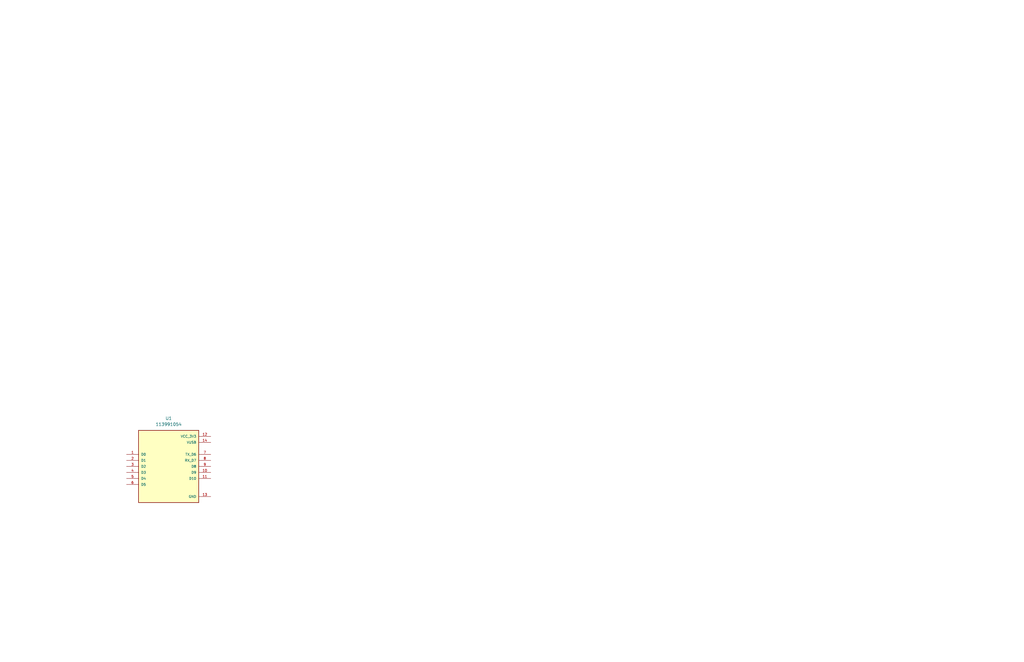
<source format=kicad_sch>
(kicad_sch (version 20250114) (generator "eeschema") (generator_version "9.0")
  (paper "B")
  (lib_symbols
    (symbol "113991054:113991054" (pin_names (offset 1.016))
      (property "Reference" "U" (at -12.7 16.002 0))
      (property "Value" "113991054" (at -12.7 -17.78 0))
      (symbol "113991054_0_0"
        (rectangle (start -12.7 -15.24) (end 12.7 15.24) (stroke (width 0.254)) (fill (type background)))
        (pin bidirectional line (at -17.78 5.08 0) (length 5.08) (name "D0") (number "1"))
        (pin bidirectional line (at -17.78 2.54 0) (length 5.08) (name "D1") (number "2"))
        (pin bidirectional line (at -17.78 0 0) (length 5.08) (name "D2") (number "3"))
        (pin bidirectional line (at -17.78 -2.54 0) (length 5.08) (name "D3") (number "4"))
        (pin bidirectional line (at -17.78 -5.08 0) (length 5.08) (name "D4") (number "5"))
        (pin bidirectional line (at -17.78 -7.62 0) (length 5.08) (name "D5") (number "6"))
        (pin power_in line (at 17.78 12.7 180) (length 5.08) (name "VCC_3V3") (number "12"))
        (pin power_in line (at 17.78 10.16 180) (length 5.08) (name "VUSB") (number "14"))
        (pin bidirectional line (at 17.78 5.08 180) (length 5.08) (name "TX_D6") (number "7"))
        (pin bidirectional line (at 17.78 2.54 180) (length 5.08) (name "RX_D7") (number "8"))
        (pin bidirectional line (at 17.78 0 180) (length 5.08) (name "D8") (number "9"))
        (pin bidirectional line (at 17.78 -2.54 180) (length 5.08) (name "D9") (number "10"))
        (pin bidirectional line (at 17.78 -5.08 180) (length 5.08) (name "D10") (number "11"))
        (pin power_in line (at 17.78 -12.7 180) (length 5.08) (name "GND") (number "13"))
      )
    )
  )
  (symbol (lib_id "113991054:113991054") (at 71.12 196.85 0) (unit 1)
    (property "Reference" "U1" (at 71.12 176.53 0))
    (property "Value" "113991054" (at 71.12 179.07 0))
    (property "Footprint" "113991054:MODULE_113991054" (effects (hide yes)))
    (property "MF" "Seeed Technology Co., Ltd" (effects (hide yes)))
    (property "MAXIMUM_PACKAGE_HEIGHT" "N/A" (effects (hide yes)))
    (property "Package" "None" (effects (hide yes)))
    (property "Price" "None" (effects (hide yes)))
    (property "Check_prices" "https://www.snapeda.com/parts/113991054/Seeed+Studio/view-part/?ref=eda" (effects (hide yes)))
    (property "STANDARD" "Manufacturer Recommendations" (effects (hide yes)))
    (property "PARTREV" "23/05/2022" (effects (hide yes)))
    (property "SnapEDA_Link" "https://www.snapeda.com/parts/113991054/Seeed+Studio/view-part/?ref=snap" (effects (hide yes)))
    (property "MP" "113991054" (effects (hide yes)))
    (property "Description_1" "- ESP32-C3 Transceiver; 802.11 a/b/g/n (Wi-Fi, WiFi, WLAN), Bluetooth® Smart 4.x Low Energy (BLE) 2.4GHz Evaluation Board" (effects (hide yes)))
    (property "SNAPEDA_PN" "113991054" (effects (hide yes)))
    (property "Availability" "In Stock" (effects (hide yes)))
    (property "MANUFACTURER" "Seeed Technology" (effects (hide yes)))
  )
)
</source>
